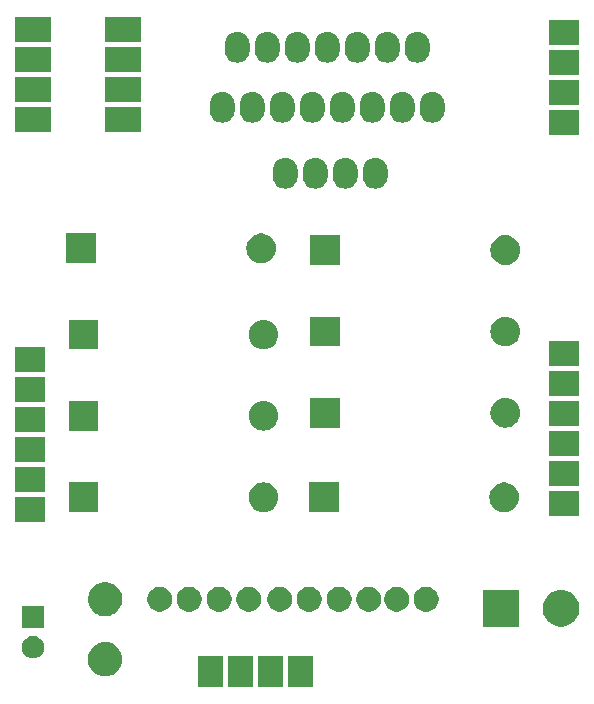
<source format=gbr>
G04 #@! TF.GenerationSoftware,KiCad,Pcbnew,(5.1.2)-2*
G04 #@! TF.CreationDate,2020-05-01T16:22:05+07:00*
G04 #@! TF.ProjectId,l298n,6c323938-6e2e-46b6-9963-61645f706362,rev?*
G04 #@! TF.SameCoordinates,Original*
G04 #@! TF.FileFunction,Soldermask,Top*
G04 #@! TF.FilePolarity,Negative*
%FSLAX46Y46*%
G04 Gerber Fmt 4.6, Leading zero omitted, Abs format (unit mm)*
G04 Created by KiCad (PCBNEW (5.1.2)-2) date 2020-05-01 16:22:05*
%MOMM*%
%LPD*%
G04 APERTURE LIST*
%ADD10C,0.100000*%
G04 APERTURE END LIST*
D10*
G36*
X110271000Y-87661000D02*
G01*
X108169000Y-87661000D01*
X108169000Y-85059000D01*
X110271000Y-85059000D01*
X110271000Y-87661000D01*
X110271000Y-87661000D01*
G37*
G36*
X107731000Y-87661000D02*
G01*
X105629000Y-87661000D01*
X105629000Y-85059000D01*
X107731000Y-85059000D01*
X107731000Y-87661000D01*
X107731000Y-87661000D01*
G37*
G36*
X102651000Y-87661000D02*
G01*
X100549000Y-87661000D01*
X100549000Y-85059000D01*
X102651000Y-85059000D01*
X102651000Y-87661000D01*
X102651000Y-87661000D01*
G37*
G36*
X105191000Y-87661000D02*
G01*
X103089000Y-87661000D01*
X103089000Y-85059000D01*
X105191000Y-85059000D01*
X105191000Y-87661000D01*
X105191000Y-87661000D01*
G37*
G36*
X92887861Y-83903497D02*
G01*
X92994446Y-83913995D01*
X93267960Y-83996965D01*
X93267963Y-83996966D01*
X93520028Y-84131698D01*
X93520029Y-84131699D01*
X93520033Y-84131701D01*
X93740976Y-84313024D01*
X93922299Y-84533967D01*
X93922301Y-84533971D01*
X93922302Y-84533972D01*
X94057034Y-84786037D01*
X94057035Y-84786040D01*
X94140005Y-85059554D01*
X94168020Y-85344000D01*
X94140005Y-85628446D01*
X94057035Y-85901960D01*
X94057034Y-85901963D01*
X93922302Y-86154028D01*
X93922299Y-86154033D01*
X93740976Y-86374976D01*
X93520033Y-86556299D01*
X93520029Y-86556301D01*
X93520028Y-86556302D01*
X93267963Y-86691034D01*
X93267960Y-86691035D01*
X92994446Y-86774005D01*
X92887861Y-86784503D01*
X92781278Y-86795000D01*
X92638722Y-86795000D01*
X92532139Y-86784503D01*
X92425554Y-86774005D01*
X92152040Y-86691035D01*
X92152037Y-86691034D01*
X91899972Y-86556302D01*
X91899971Y-86556301D01*
X91899967Y-86556299D01*
X91679024Y-86374976D01*
X91497701Y-86154033D01*
X91497698Y-86154028D01*
X91362966Y-85901963D01*
X91362965Y-85901960D01*
X91279995Y-85628446D01*
X91251980Y-85344000D01*
X91279995Y-85059554D01*
X91362965Y-84786040D01*
X91362966Y-84786037D01*
X91497698Y-84533972D01*
X91497699Y-84533971D01*
X91497701Y-84533967D01*
X91679024Y-84313024D01*
X91899967Y-84131701D01*
X91899971Y-84131699D01*
X91899972Y-84131698D01*
X92152037Y-83996966D01*
X92152040Y-83996965D01*
X92425554Y-83913995D01*
X92532139Y-83903497D01*
X92638722Y-83893000D01*
X92781278Y-83893000D01*
X92887861Y-83903497D01*
X92887861Y-83903497D01*
G37*
G36*
X86891395Y-83413546D02*
G01*
X87064466Y-83485234D01*
X87064467Y-83485235D01*
X87220227Y-83589310D01*
X87352690Y-83721773D01*
X87352691Y-83721775D01*
X87456766Y-83877534D01*
X87528454Y-84050605D01*
X87565000Y-84234333D01*
X87565000Y-84421667D01*
X87528454Y-84605395D01*
X87456766Y-84778466D01*
X87456765Y-84778467D01*
X87352690Y-84934227D01*
X87220227Y-85066690D01*
X87141818Y-85119081D01*
X87064466Y-85170766D01*
X86891395Y-85242454D01*
X86707667Y-85279000D01*
X86520333Y-85279000D01*
X86336605Y-85242454D01*
X86163534Y-85170766D01*
X86086182Y-85119081D01*
X86007773Y-85066690D01*
X85875310Y-84934227D01*
X85771235Y-84778467D01*
X85771234Y-84778466D01*
X85699546Y-84605395D01*
X85663000Y-84421667D01*
X85663000Y-84234333D01*
X85699546Y-84050605D01*
X85771234Y-83877534D01*
X85875309Y-83721775D01*
X85875310Y-83721773D01*
X86007773Y-83589310D01*
X86163533Y-83485235D01*
X86163534Y-83485234D01*
X86336605Y-83413546D01*
X86520333Y-83377000D01*
X86707667Y-83377000D01*
X86891395Y-83413546D01*
X86891395Y-83413546D01*
G37*
G36*
X87565000Y-82739000D02*
G01*
X85663000Y-82739000D01*
X85663000Y-80837000D01*
X87565000Y-80837000D01*
X87565000Y-82739000D01*
X87565000Y-82739000D01*
G37*
G36*
X131620585Y-79504802D02*
G01*
X131770410Y-79534604D01*
X132052674Y-79651521D01*
X132306705Y-79821259D01*
X132522741Y-80037295D01*
X132692479Y-80291326D01*
X132808143Y-80570565D01*
X132809396Y-80573591D01*
X132869000Y-80873239D01*
X132869000Y-81178761D01*
X132866971Y-81188959D01*
X132809396Y-81478410D01*
X132692479Y-81760674D01*
X132522741Y-82014705D01*
X132306705Y-82230741D01*
X132052674Y-82400479D01*
X131770410Y-82517396D01*
X131620585Y-82547198D01*
X131470761Y-82577000D01*
X131165239Y-82577000D01*
X131015415Y-82547198D01*
X130865590Y-82517396D01*
X130583326Y-82400479D01*
X130329295Y-82230741D01*
X130113259Y-82014705D01*
X129943521Y-81760674D01*
X129826604Y-81478410D01*
X129769029Y-81188959D01*
X129767000Y-81178761D01*
X129767000Y-80873239D01*
X129826604Y-80573591D01*
X129827857Y-80570565D01*
X129943521Y-80291326D01*
X130113259Y-80037295D01*
X130329295Y-79821259D01*
X130583326Y-79651521D01*
X130865590Y-79534604D01*
X131015415Y-79504802D01*
X131165239Y-79475000D01*
X131470761Y-79475000D01*
X131620585Y-79504802D01*
X131620585Y-79504802D01*
G37*
G36*
X127789000Y-82577000D02*
G01*
X124687000Y-82577000D01*
X124687000Y-79475000D01*
X127789000Y-79475000D01*
X127789000Y-82577000D01*
X127789000Y-82577000D01*
G37*
G36*
X93133241Y-78868760D02*
G01*
X93397305Y-78978139D01*
X93634958Y-79136934D01*
X93837066Y-79339042D01*
X93995861Y-79576695D01*
X94105240Y-79840759D01*
X94161000Y-80121088D01*
X94161000Y-80406912D01*
X94105240Y-80687241D01*
X93995861Y-80951305D01*
X93837066Y-81188958D01*
X93634958Y-81391066D01*
X93397305Y-81549861D01*
X93133241Y-81659240D01*
X92852912Y-81715000D01*
X92567088Y-81715000D01*
X92286759Y-81659240D01*
X92022695Y-81549861D01*
X91785042Y-81391066D01*
X91582934Y-81188958D01*
X91424139Y-80951305D01*
X91314760Y-80687241D01*
X91259000Y-80406912D01*
X91259000Y-80121088D01*
X91314760Y-79840759D01*
X91424139Y-79576695D01*
X91582934Y-79339042D01*
X91785042Y-79136934D01*
X92022695Y-78978139D01*
X92286759Y-78868760D01*
X92567088Y-78813000D01*
X92852912Y-78813000D01*
X93133241Y-78868760D01*
X93133241Y-78868760D01*
G37*
G36*
X97628564Y-79253389D02*
G01*
X97819833Y-79332615D01*
X97819835Y-79332616D01*
X97829452Y-79339042D01*
X97991973Y-79447635D01*
X98138365Y-79594027D01*
X98253385Y-79766167D01*
X98332611Y-79957436D01*
X98373000Y-80160484D01*
X98373000Y-80367516D01*
X98332611Y-80570564D01*
X98331357Y-80573591D01*
X98253384Y-80761835D01*
X98138365Y-80933973D01*
X97991973Y-81080365D01*
X97819835Y-81195384D01*
X97819834Y-81195385D01*
X97819833Y-81195385D01*
X97628564Y-81274611D01*
X97425516Y-81315000D01*
X97218484Y-81315000D01*
X97015436Y-81274611D01*
X96824167Y-81195385D01*
X96824166Y-81195385D01*
X96824165Y-81195384D01*
X96652027Y-81080365D01*
X96505635Y-80933973D01*
X96390616Y-80761835D01*
X96312643Y-80573591D01*
X96311389Y-80570564D01*
X96271000Y-80367516D01*
X96271000Y-80160484D01*
X96311389Y-79957436D01*
X96390615Y-79766167D01*
X96505635Y-79594027D01*
X96652027Y-79447635D01*
X96814548Y-79339042D01*
X96824165Y-79332616D01*
X96824167Y-79332615D01*
X97015436Y-79253389D01*
X97218484Y-79213000D01*
X97425516Y-79213000D01*
X97628564Y-79253389D01*
X97628564Y-79253389D01*
G37*
G36*
X107788564Y-79253389D02*
G01*
X107979833Y-79332615D01*
X107979835Y-79332616D01*
X107989452Y-79339042D01*
X108151973Y-79447635D01*
X108298365Y-79594027D01*
X108413385Y-79766167D01*
X108492611Y-79957436D01*
X108533000Y-80160484D01*
X108533000Y-80367516D01*
X108492611Y-80570564D01*
X108491357Y-80573591D01*
X108413384Y-80761835D01*
X108298365Y-80933973D01*
X108151973Y-81080365D01*
X107979835Y-81195384D01*
X107979834Y-81195385D01*
X107979833Y-81195385D01*
X107788564Y-81274611D01*
X107585516Y-81315000D01*
X107378484Y-81315000D01*
X107175436Y-81274611D01*
X106984167Y-81195385D01*
X106984166Y-81195385D01*
X106984165Y-81195384D01*
X106812027Y-81080365D01*
X106665635Y-80933973D01*
X106550616Y-80761835D01*
X106472643Y-80573591D01*
X106471389Y-80570564D01*
X106431000Y-80367516D01*
X106431000Y-80160484D01*
X106471389Y-79957436D01*
X106550615Y-79766167D01*
X106665635Y-79594027D01*
X106812027Y-79447635D01*
X106974548Y-79339042D01*
X106984165Y-79332616D01*
X106984167Y-79332615D01*
X107175436Y-79253389D01*
X107378484Y-79213000D01*
X107585516Y-79213000D01*
X107788564Y-79253389D01*
X107788564Y-79253389D01*
G37*
G36*
X112828564Y-79253389D02*
G01*
X113019833Y-79332615D01*
X113019835Y-79332616D01*
X113029452Y-79339042D01*
X113191973Y-79447635D01*
X113338365Y-79594027D01*
X113453385Y-79766167D01*
X113532611Y-79957436D01*
X113573000Y-80160484D01*
X113573000Y-80367516D01*
X113532611Y-80570564D01*
X113531357Y-80573591D01*
X113453384Y-80761835D01*
X113338365Y-80933973D01*
X113191973Y-81080365D01*
X113019835Y-81195384D01*
X113019834Y-81195385D01*
X113019833Y-81195385D01*
X112828564Y-81274611D01*
X112625516Y-81315000D01*
X112418484Y-81315000D01*
X112215436Y-81274611D01*
X112024167Y-81195385D01*
X112024166Y-81195385D01*
X112024165Y-81195384D01*
X111852027Y-81080365D01*
X111705635Y-80933973D01*
X111590616Y-80761835D01*
X111512643Y-80573591D01*
X111511389Y-80570564D01*
X111471000Y-80367516D01*
X111471000Y-80160484D01*
X111511389Y-79957436D01*
X111590615Y-79766167D01*
X111705635Y-79594027D01*
X111852027Y-79447635D01*
X112014548Y-79339042D01*
X112024165Y-79332616D01*
X112024167Y-79332615D01*
X112215436Y-79253389D01*
X112418484Y-79213000D01*
X112625516Y-79213000D01*
X112828564Y-79253389D01*
X112828564Y-79253389D01*
G37*
G36*
X115328564Y-79253389D02*
G01*
X115519833Y-79332615D01*
X115519835Y-79332616D01*
X115529452Y-79339042D01*
X115691973Y-79447635D01*
X115838365Y-79594027D01*
X115953385Y-79766167D01*
X116032611Y-79957436D01*
X116073000Y-80160484D01*
X116073000Y-80367516D01*
X116032611Y-80570564D01*
X116031357Y-80573591D01*
X115953384Y-80761835D01*
X115838365Y-80933973D01*
X115691973Y-81080365D01*
X115519835Y-81195384D01*
X115519834Y-81195385D01*
X115519833Y-81195385D01*
X115328564Y-81274611D01*
X115125516Y-81315000D01*
X114918484Y-81315000D01*
X114715436Y-81274611D01*
X114524167Y-81195385D01*
X114524166Y-81195385D01*
X114524165Y-81195384D01*
X114352027Y-81080365D01*
X114205635Y-80933973D01*
X114090616Y-80761835D01*
X114012643Y-80573591D01*
X114011389Y-80570564D01*
X113971000Y-80367516D01*
X113971000Y-80160484D01*
X114011389Y-79957436D01*
X114090615Y-79766167D01*
X114205635Y-79594027D01*
X114352027Y-79447635D01*
X114514548Y-79339042D01*
X114524165Y-79332616D01*
X114524167Y-79332615D01*
X114715436Y-79253389D01*
X114918484Y-79213000D01*
X115125516Y-79213000D01*
X115328564Y-79253389D01*
X115328564Y-79253389D01*
G37*
G36*
X120194564Y-79253389D02*
G01*
X120385833Y-79332615D01*
X120385835Y-79332616D01*
X120395452Y-79339042D01*
X120557973Y-79447635D01*
X120704365Y-79594027D01*
X120819385Y-79766167D01*
X120898611Y-79957436D01*
X120939000Y-80160484D01*
X120939000Y-80367516D01*
X120898611Y-80570564D01*
X120897357Y-80573591D01*
X120819384Y-80761835D01*
X120704365Y-80933973D01*
X120557973Y-81080365D01*
X120385835Y-81195384D01*
X120385834Y-81195385D01*
X120385833Y-81195385D01*
X120194564Y-81274611D01*
X119991516Y-81315000D01*
X119784484Y-81315000D01*
X119581436Y-81274611D01*
X119390167Y-81195385D01*
X119390166Y-81195385D01*
X119390165Y-81195384D01*
X119218027Y-81080365D01*
X119071635Y-80933973D01*
X118956616Y-80761835D01*
X118878643Y-80573591D01*
X118877389Y-80570564D01*
X118837000Y-80367516D01*
X118837000Y-80160484D01*
X118877389Y-79957436D01*
X118956615Y-79766167D01*
X119071635Y-79594027D01*
X119218027Y-79447635D01*
X119380548Y-79339042D01*
X119390165Y-79332616D01*
X119390167Y-79332615D01*
X119581436Y-79253389D01*
X119784484Y-79213000D01*
X119991516Y-79213000D01*
X120194564Y-79253389D01*
X120194564Y-79253389D01*
G37*
G36*
X117694564Y-79253389D02*
G01*
X117885833Y-79332615D01*
X117885835Y-79332616D01*
X117895452Y-79339042D01*
X118057973Y-79447635D01*
X118204365Y-79594027D01*
X118319385Y-79766167D01*
X118398611Y-79957436D01*
X118439000Y-80160484D01*
X118439000Y-80367516D01*
X118398611Y-80570564D01*
X118397357Y-80573591D01*
X118319384Y-80761835D01*
X118204365Y-80933973D01*
X118057973Y-81080365D01*
X117885835Y-81195384D01*
X117885834Y-81195385D01*
X117885833Y-81195385D01*
X117694564Y-81274611D01*
X117491516Y-81315000D01*
X117284484Y-81315000D01*
X117081436Y-81274611D01*
X116890167Y-81195385D01*
X116890166Y-81195385D01*
X116890165Y-81195384D01*
X116718027Y-81080365D01*
X116571635Y-80933973D01*
X116456616Y-80761835D01*
X116378643Y-80573591D01*
X116377389Y-80570564D01*
X116337000Y-80367516D01*
X116337000Y-80160484D01*
X116377389Y-79957436D01*
X116456615Y-79766167D01*
X116571635Y-79594027D01*
X116718027Y-79447635D01*
X116880548Y-79339042D01*
X116890165Y-79332616D01*
X116890167Y-79332615D01*
X117081436Y-79253389D01*
X117284484Y-79213000D01*
X117491516Y-79213000D01*
X117694564Y-79253389D01*
X117694564Y-79253389D01*
G37*
G36*
X100128564Y-79253389D02*
G01*
X100319833Y-79332615D01*
X100319835Y-79332616D01*
X100329452Y-79339042D01*
X100491973Y-79447635D01*
X100638365Y-79594027D01*
X100753385Y-79766167D01*
X100832611Y-79957436D01*
X100873000Y-80160484D01*
X100873000Y-80367516D01*
X100832611Y-80570564D01*
X100831357Y-80573591D01*
X100753384Y-80761835D01*
X100638365Y-80933973D01*
X100491973Y-81080365D01*
X100319835Y-81195384D01*
X100319834Y-81195385D01*
X100319833Y-81195385D01*
X100128564Y-81274611D01*
X99925516Y-81315000D01*
X99718484Y-81315000D01*
X99515436Y-81274611D01*
X99324167Y-81195385D01*
X99324166Y-81195385D01*
X99324165Y-81195384D01*
X99152027Y-81080365D01*
X99005635Y-80933973D01*
X98890616Y-80761835D01*
X98812643Y-80573591D01*
X98811389Y-80570564D01*
X98771000Y-80367516D01*
X98771000Y-80160484D01*
X98811389Y-79957436D01*
X98890615Y-79766167D01*
X99005635Y-79594027D01*
X99152027Y-79447635D01*
X99314548Y-79339042D01*
X99324165Y-79332616D01*
X99324167Y-79332615D01*
X99515436Y-79253389D01*
X99718484Y-79213000D01*
X99925516Y-79213000D01*
X100128564Y-79253389D01*
X100128564Y-79253389D01*
G37*
G36*
X102668564Y-79253389D02*
G01*
X102859833Y-79332615D01*
X102859835Y-79332616D01*
X102869452Y-79339042D01*
X103031973Y-79447635D01*
X103178365Y-79594027D01*
X103293385Y-79766167D01*
X103372611Y-79957436D01*
X103413000Y-80160484D01*
X103413000Y-80367516D01*
X103372611Y-80570564D01*
X103371357Y-80573591D01*
X103293384Y-80761835D01*
X103178365Y-80933973D01*
X103031973Y-81080365D01*
X102859835Y-81195384D01*
X102859834Y-81195385D01*
X102859833Y-81195385D01*
X102668564Y-81274611D01*
X102465516Y-81315000D01*
X102258484Y-81315000D01*
X102055436Y-81274611D01*
X101864167Y-81195385D01*
X101864166Y-81195385D01*
X101864165Y-81195384D01*
X101692027Y-81080365D01*
X101545635Y-80933973D01*
X101430616Y-80761835D01*
X101352643Y-80573591D01*
X101351389Y-80570564D01*
X101311000Y-80367516D01*
X101311000Y-80160484D01*
X101351389Y-79957436D01*
X101430615Y-79766167D01*
X101545635Y-79594027D01*
X101692027Y-79447635D01*
X101854548Y-79339042D01*
X101864165Y-79332616D01*
X101864167Y-79332615D01*
X102055436Y-79253389D01*
X102258484Y-79213000D01*
X102465516Y-79213000D01*
X102668564Y-79253389D01*
X102668564Y-79253389D01*
G37*
G36*
X105168564Y-79253389D02*
G01*
X105359833Y-79332615D01*
X105359835Y-79332616D01*
X105369452Y-79339042D01*
X105531973Y-79447635D01*
X105678365Y-79594027D01*
X105793385Y-79766167D01*
X105872611Y-79957436D01*
X105913000Y-80160484D01*
X105913000Y-80367516D01*
X105872611Y-80570564D01*
X105871357Y-80573591D01*
X105793384Y-80761835D01*
X105678365Y-80933973D01*
X105531973Y-81080365D01*
X105359835Y-81195384D01*
X105359834Y-81195385D01*
X105359833Y-81195385D01*
X105168564Y-81274611D01*
X104965516Y-81315000D01*
X104758484Y-81315000D01*
X104555436Y-81274611D01*
X104364167Y-81195385D01*
X104364166Y-81195385D01*
X104364165Y-81195384D01*
X104192027Y-81080365D01*
X104045635Y-80933973D01*
X103930616Y-80761835D01*
X103852643Y-80573591D01*
X103851389Y-80570564D01*
X103811000Y-80367516D01*
X103811000Y-80160484D01*
X103851389Y-79957436D01*
X103930615Y-79766167D01*
X104045635Y-79594027D01*
X104192027Y-79447635D01*
X104354548Y-79339042D01*
X104364165Y-79332616D01*
X104364167Y-79332615D01*
X104555436Y-79253389D01*
X104758484Y-79213000D01*
X104965516Y-79213000D01*
X105168564Y-79253389D01*
X105168564Y-79253389D01*
G37*
G36*
X110288564Y-79253389D02*
G01*
X110479833Y-79332615D01*
X110479835Y-79332616D01*
X110489452Y-79339042D01*
X110651973Y-79447635D01*
X110798365Y-79594027D01*
X110913385Y-79766167D01*
X110992611Y-79957436D01*
X111033000Y-80160484D01*
X111033000Y-80367516D01*
X110992611Y-80570564D01*
X110991357Y-80573591D01*
X110913384Y-80761835D01*
X110798365Y-80933973D01*
X110651973Y-81080365D01*
X110479835Y-81195384D01*
X110479834Y-81195385D01*
X110479833Y-81195385D01*
X110288564Y-81274611D01*
X110085516Y-81315000D01*
X109878484Y-81315000D01*
X109675436Y-81274611D01*
X109484167Y-81195385D01*
X109484166Y-81195385D01*
X109484165Y-81195384D01*
X109312027Y-81080365D01*
X109165635Y-80933973D01*
X109050616Y-80761835D01*
X108972643Y-80573591D01*
X108971389Y-80570564D01*
X108931000Y-80367516D01*
X108931000Y-80160484D01*
X108971389Y-79957436D01*
X109050615Y-79766167D01*
X109165635Y-79594027D01*
X109312027Y-79447635D01*
X109474548Y-79339042D01*
X109484165Y-79332616D01*
X109484167Y-79332615D01*
X109675436Y-79253389D01*
X109878484Y-79213000D01*
X110085516Y-79213000D01*
X110288564Y-79253389D01*
X110288564Y-79253389D01*
G37*
G36*
X87661000Y-73695000D02*
G01*
X85059000Y-73695000D01*
X85059000Y-71593000D01*
X87661000Y-71593000D01*
X87661000Y-73695000D01*
X87661000Y-73695000D01*
G37*
G36*
X132873000Y-73187000D02*
G01*
X130271000Y-73187000D01*
X130271000Y-71085000D01*
X132873000Y-71085000D01*
X132873000Y-73187000D01*
X132873000Y-73187000D01*
G37*
G36*
X112503000Y-72879000D02*
G01*
X110001000Y-72879000D01*
X110001000Y-70377000D01*
X112503000Y-70377000D01*
X112503000Y-72879000D01*
X112503000Y-72879000D01*
G37*
G36*
X126737239Y-70395101D02*
G01*
X126973053Y-70466634D01*
X127190381Y-70582799D01*
X127380871Y-70739129D01*
X127537201Y-70929619D01*
X127653366Y-71146947D01*
X127724899Y-71382761D01*
X127749053Y-71628000D01*
X127724899Y-71873239D01*
X127653366Y-72109053D01*
X127537201Y-72326381D01*
X127380871Y-72516871D01*
X127190381Y-72673201D01*
X126973053Y-72789366D01*
X126737239Y-72860899D01*
X126553457Y-72879000D01*
X126430543Y-72879000D01*
X126246761Y-72860899D01*
X126010947Y-72789366D01*
X125793619Y-72673201D01*
X125603129Y-72516871D01*
X125446799Y-72326381D01*
X125330634Y-72109053D01*
X125259101Y-71873239D01*
X125234947Y-71628000D01*
X125259101Y-71382761D01*
X125330634Y-71146947D01*
X125446799Y-70929619D01*
X125603129Y-70739129D01*
X125793619Y-70582799D01*
X126010947Y-70466634D01*
X126246761Y-70395101D01*
X126430543Y-70377000D01*
X126553457Y-70377000D01*
X126737239Y-70395101D01*
X126737239Y-70395101D01*
G37*
G36*
X106368240Y-70388102D02*
G01*
X106604054Y-70459635D01*
X106821382Y-70575800D01*
X107011872Y-70732130D01*
X107168202Y-70922620D01*
X107284367Y-71139948D01*
X107355900Y-71375762D01*
X107380054Y-71621001D01*
X107355900Y-71866240D01*
X107284367Y-72102054D01*
X107168202Y-72319382D01*
X107011872Y-72509872D01*
X106821382Y-72666202D01*
X106604054Y-72782367D01*
X106368240Y-72853900D01*
X106184458Y-72872001D01*
X106061544Y-72872001D01*
X105877762Y-72853900D01*
X105641948Y-72782367D01*
X105424620Y-72666202D01*
X105234130Y-72509872D01*
X105077800Y-72319382D01*
X104961635Y-72102054D01*
X104890102Y-71866240D01*
X104865948Y-71621001D01*
X104890102Y-71375762D01*
X104961635Y-71139948D01*
X105077800Y-70922620D01*
X105234130Y-70732130D01*
X105424620Y-70575800D01*
X105641948Y-70459635D01*
X105877762Y-70388102D01*
X106061544Y-70370001D01*
X106184458Y-70370001D01*
X106368240Y-70388102D01*
X106368240Y-70388102D01*
G37*
G36*
X92134001Y-72872001D02*
G01*
X89632001Y-72872001D01*
X89632001Y-70370001D01*
X92134001Y-70370001D01*
X92134001Y-72872001D01*
X92134001Y-72872001D01*
G37*
G36*
X87661000Y-71155000D02*
G01*
X85059000Y-71155000D01*
X85059000Y-69053000D01*
X87661000Y-69053000D01*
X87661000Y-71155000D01*
X87661000Y-71155000D01*
G37*
G36*
X132873000Y-70647000D02*
G01*
X130271000Y-70647000D01*
X130271000Y-68545000D01*
X132873000Y-68545000D01*
X132873000Y-70647000D01*
X132873000Y-70647000D01*
G37*
G36*
X87661000Y-68615000D02*
G01*
X85059000Y-68615000D01*
X85059000Y-66513000D01*
X87661000Y-66513000D01*
X87661000Y-68615000D01*
X87661000Y-68615000D01*
G37*
G36*
X132873000Y-68107000D02*
G01*
X130271000Y-68107000D01*
X130271000Y-66005000D01*
X132873000Y-66005000D01*
X132873000Y-68107000D01*
X132873000Y-68107000D01*
G37*
G36*
X87661000Y-66075000D02*
G01*
X85059000Y-66075000D01*
X85059000Y-63973000D01*
X87661000Y-63973000D01*
X87661000Y-66075000D01*
X87661000Y-66075000D01*
G37*
G36*
X106368240Y-63498102D02*
G01*
X106604054Y-63569635D01*
X106821382Y-63685800D01*
X107011872Y-63842130D01*
X107168202Y-64032620D01*
X107284367Y-64249948D01*
X107355900Y-64485762D01*
X107380054Y-64731001D01*
X107355900Y-64976240D01*
X107284367Y-65212054D01*
X107168202Y-65429382D01*
X107011872Y-65619872D01*
X106821382Y-65776202D01*
X106604054Y-65892367D01*
X106368240Y-65963900D01*
X106184458Y-65982001D01*
X106061544Y-65982001D01*
X105877762Y-65963900D01*
X105641948Y-65892367D01*
X105424620Y-65776202D01*
X105234130Y-65619872D01*
X105077800Y-65429382D01*
X104961635Y-65212054D01*
X104890102Y-64976240D01*
X104865948Y-64731001D01*
X104890102Y-64485762D01*
X104961635Y-64249948D01*
X105077800Y-64032620D01*
X105234130Y-63842130D01*
X105424620Y-63685800D01*
X105641948Y-63569635D01*
X105877762Y-63498102D01*
X106061544Y-63480001D01*
X106184458Y-63480001D01*
X106368240Y-63498102D01*
X106368240Y-63498102D01*
G37*
G36*
X92134001Y-65982001D02*
G01*
X89632001Y-65982001D01*
X89632001Y-63480001D01*
X92134001Y-63480001D01*
X92134001Y-65982001D01*
X92134001Y-65982001D01*
G37*
G36*
X126828240Y-63244102D02*
G01*
X127064054Y-63315635D01*
X127281382Y-63431800D01*
X127471872Y-63588130D01*
X127628202Y-63778620D01*
X127744367Y-63995948D01*
X127815900Y-64231762D01*
X127840054Y-64477001D01*
X127815900Y-64722240D01*
X127744367Y-64958054D01*
X127628202Y-65175382D01*
X127471872Y-65365872D01*
X127281382Y-65522202D01*
X127064054Y-65638367D01*
X126828240Y-65709900D01*
X126644458Y-65728001D01*
X126521544Y-65728001D01*
X126337762Y-65709900D01*
X126101948Y-65638367D01*
X125884620Y-65522202D01*
X125694130Y-65365872D01*
X125537800Y-65175382D01*
X125421635Y-64958054D01*
X125350102Y-64722240D01*
X125325948Y-64477001D01*
X125350102Y-64231762D01*
X125421635Y-63995948D01*
X125537800Y-63778620D01*
X125694130Y-63588130D01*
X125884620Y-63431800D01*
X126101948Y-63315635D01*
X126337762Y-63244102D01*
X126521544Y-63226001D01*
X126644458Y-63226001D01*
X126828240Y-63244102D01*
X126828240Y-63244102D01*
G37*
G36*
X112594001Y-65728001D02*
G01*
X110092001Y-65728001D01*
X110092001Y-63226001D01*
X112594001Y-63226001D01*
X112594001Y-65728001D01*
X112594001Y-65728001D01*
G37*
G36*
X132873000Y-65567000D02*
G01*
X130271000Y-65567000D01*
X130271000Y-63465000D01*
X132873000Y-63465000D01*
X132873000Y-65567000D01*
X132873000Y-65567000D01*
G37*
G36*
X87661000Y-63535000D02*
G01*
X85059000Y-63535000D01*
X85059000Y-61433000D01*
X87661000Y-61433000D01*
X87661000Y-63535000D01*
X87661000Y-63535000D01*
G37*
G36*
X132873000Y-63027000D02*
G01*
X130271000Y-63027000D01*
X130271000Y-60925000D01*
X132873000Y-60925000D01*
X132873000Y-63027000D01*
X132873000Y-63027000D01*
G37*
G36*
X87661000Y-60995000D02*
G01*
X85059000Y-60995000D01*
X85059000Y-58893000D01*
X87661000Y-58893000D01*
X87661000Y-60995000D01*
X87661000Y-60995000D01*
G37*
G36*
X132873000Y-60487000D02*
G01*
X130271000Y-60487000D01*
X130271000Y-58385000D01*
X132873000Y-58385000D01*
X132873000Y-60487000D01*
X132873000Y-60487000D01*
G37*
G36*
X106368240Y-56608102D02*
G01*
X106604054Y-56679635D01*
X106821382Y-56795800D01*
X107011872Y-56952130D01*
X107168202Y-57142620D01*
X107284367Y-57359948D01*
X107355900Y-57595762D01*
X107380054Y-57841001D01*
X107355900Y-58086240D01*
X107284367Y-58322054D01*
X107168202Y-58539382D01*
X107011872Y-58729872D01*
X106821382Y-58886202D01*
X106604054Y-59002367D01*
X106368240Y-59073900D01*
X106184458Y-59092001D01*
X106061544Y-59092001D01*
X105877762Y-59073900D01*
X105641948Y-59002367D01*
X105424620Y-58886202D01*
X105234130Y-58729872D01*
X105077800Y-58539382D01*
X104961635Y-58322054D01*
X104890102Y-58086240D01*
X104865948Y-57841001D01*
X104890102Y-57595762D01*
X104961635Y-57359948D01*
X105077800Y-57142620D01*
X105234130Y-56952130D01*
X105424620Y-56795800D01*
X105641948Y-56679635D01*
X105877762Y-56608102D01*
X106061544Y-56590001D01*
X106184458Y-56590001D01*
X106368240Y-56608102D01*
X106368240Y-56608102D01*
G37*
G36*
X92134001Y-59092001D02*
G01*
X89632001Y-59092001D01*
X89632001Y-56590001D01*
X92134001Y-56590001D01*
X92134001Y-59092001D01*
X92134001Y-59092001D01*
G37*
G36*
X126828240Y-56354102D02*
G01*
X127064054Y-56425635D01*
X127281382Y-56541800D01*
X127471872Y-56698130D01*
X127628202Y-56888620D01*
X127744367Y-57105948D01*
X127815900Y-57341762D01*
X127840054Y-57587001D01*
X127815900Y-57832240D01*
X127744367Y-58068054D01*
X127628202Y-58285382D01*
X127471872Y-58475872D01*
X127281382Y-58632202D01*
X127064054Y-58748367D01*
X126828240Y-58819900D01*
X126644458Y-58838001D01*
X126521544Y-58838001D01*
X126337762Y-58819900D01*
X126101948Y-58748367D01*
X125884620Y-58632202D01*
X125694130Y-58475872D01*
X125537800Y-58285382D01*
X125421635Y-58068054D01*
X125350102Y-57832240D01*
X125325948Y-57587001D01*
X125350102Y-57341762D01*
X125421635Y-57105948D01*
X125537800Y-56888620D01*
X125694130Y-56698130D01*
X125884620Y-56541800D01*
X126101948Y-56425635D01*
X126337762Y-56354102D01*
X126521544Y-56336001D01*
X126644458Y-56336001D01*
X126828240Y-56354102D01*
X126828240Y-56354102D01*
G37*
G36*
X112594001Y-58838001D02*
G01*
X110092001Y-58838001D01*
X110092001Y-56336001D01*
X112594001Y-56336001D01*
X112594001Y-58838001D01*
X112594001Y-58838001D01*
G37*
G36*
X126828240Y-49464102D02*
G01*
X127064054Y-49535635D01*
X127281382Y-49651800D01*
X127471872Y-49808130D01*
X127628202Y-49998620D01*
X127744367Y-50215948D01*
X127815900Y-50451762D01*
X127840054Y-50697001D01*
X127815900Y-50942240D01*
X127744367Y-51178054D01*
X127628202Y-51395382D01*
X127471872Y-51585872D01*
X127281382Y-51742202D01*
X127064054Y-51858367D01*
X126828240Y-51929900D01*
X126644458Y-51948001D01*
X126521544Y-51948001D01*
X126337762Y-51929900D01*
X126101948Y-51858367D01*
X125884620Y-51742202D01*
X125694130Y-51585872D01*
X125537800Y-51395382D01*
X125421635Y-51178054D01*
X125350102Y-50942240D01*
X125325948Y-50697001D01*
X125350102Y-50451762D01*
X125421635Y-50215948D01*
X125537800Y-49998620D01*
X125694130Y-49808130D01*
X125884620Y-49651800D01*
X126101948Y-49535635D01*
X126337762Y-49464102D01*
X126521544Y-49446001D01*
X126644458Y-49446001D01*
X126828240Y-49464102D01*
X126828240Y-49464102D01*
G37*
G36*
X112594001Y-51948001D02*
G01*
X110092001Y-51948001D01*
X110092001Y-49446001D01*
X112594001Y-49446001D01*
X112594001Y-51948001D01*
X112594001Y-51948001D01*
G37*
G36*
X91929000Y-51797000D02*
G01*
X89427000Y-51797000D01*
X89427000Y-49295000D01*
X91929000Y-49295000D01*
X91929000Y-51797000D01*
X91929000Y-51797000D01*
G37*
G36*
X106163239Y-49313101D02*
G01*
X106399053Y-49384634D01*
X106616381Y-49500799D01*
X106806871Y-49657129D01*
X106963201Y-49847619D01*
X107079366Y-50064947D01*
X107150899Y-50300761D01*
X107175053Y-50546000D01*
X107150899Y-50791239D01*
X107079366Y-51027053D01*
X106963201Y-51244381D01*
X106806871Y-51434871D01*
X106616381Y-51591201D01*
X106399053Y-51707366D01*
X106163239Y-51778899D01*
X105979457Y-51797000D01*
X105856543Y-51797000D01*
X105672761Y-51778899D01*
X105436947Y-51707366D01*
X105219619Y-51591201D01*
X105029129Y-51434871D01*
X104872799Y-51244381D01*
X104756634Y-51027053D01*
X104685101Y-50791239D01*
X104660947Y-50546000D01*
X104685101Y-50300761D01*
X104756634Y-50064947D01*
X104872799Y-49847619D01*
X105029129Y-49657129D01*
X105219619Y-49500799D01*
X105436947Y-49384634D01*
X105672761Y-49313101D01*
X105856543Y-49295000D01*
X105979457Y-49295000D01*
X106163239Y-49313101D01*
X106163239Y-49313101D01*
G37*
G36*
X113236031Y-42910207D02*
G01*
X113434145Y-42970305D01*
X113434148Y-42970306D01*
X113500030Y-43005521D01*
X113616729Y-43067897D01*
X113776765Y-43199235D01*
X113908103Y-43359271D01*
X113908104Y-43359273D01*
X114005694Y-43541851D01*
X114005694Y-43541852D01*
X114005695Y-43541854D01*
X114065793Y-43739968D01*
X114081000Y-43894370D01*
X114081000Y-44497629D01*
X114065793Y-44652031D01*
X114005695Y-44850145D01*
X114005694Y-44850148D01*
X113953940Y-44946974D01*
X113908103Y-45032729D01*
X113776765Y-45192765D01*
X113616729Y-45324103D01*
X113530975Y-45369939D01*
X113434149Y-45421694D01*
X113434146Y-45421695D01*
X113236032Y-45481793D01*
X113030000Y-45502085D01*
X112823969Y-45481793D01*
X112625855Y-45421695D01*
X112625852Y-45421694D01*
X112529026Y-45369939D01*
X112443272Y-45324103D01*
X112283236Y-45192765D01*
X112151898Y-45032729D01*
X112054306Y-44850148D01*
X112054305Y-44850147D01*
X112034272Y-44784108D01*
X111994207Y-44652032D01*
X111979000Y-44497630D01*
X111979000Y-43894371D01*
X111994207Y-43739969D01*
X112054305Y-43541855D01*
X112054306Y-43541852D01*
X112089521Y-43475970D01*
X112151897Y-43359271D01*
X112283235Y-43199235D01*
X112443271Y-43067897D01*
X112529025Y-43022061D01*
X112625851Y-42970306D01*
X112625854Y-42970305D01*
X112823968Y-42910207D01*
X113030000Y-42889915D01*
X113236031Y-42910207D01*
X113236031Y-42910207D01*
G37*
G36*
X115776031Y-42910207D02*
G01*
X115974145Y-42970305D01*
X115974148Y-42970306D01*
X116040030Y-43005521D01*
X116156729Y-43067897D01*
X116316765Y-43199235D01*
X116448103Y-43359271D01*
X116448104Y-43359273D01*
X116545694Y-43541851D01*
X116545694Y-43541852D01*
X116545695Y-43541854D01*
X116605793Y-43739968D01*
X116621000Y-43894370D01*
X116621000Y-44497629D01*
X116605793Y-44652031D01*
X116545695Y-44850145D01*
X116545694Y-44850148D01*
X116493940Y-44946974D01*
X116448103Y-45032729D01*
X116316765Y-45192765D01*
X116156729Y-45324103D01*
X116070975Y-45369939D01*
X115974149Y-45421694D01*
X115974146Y-45421695D01*
X115776032Y-45481793D01*
X115570000Y-45502085D01*
X115363969Y-45481793D01*
X115165855Y-45421695D01*
X115165852Y-45421694D01*
X115069026Y-45369939D01*
X114983272Y-45324103D01*
X114823236Y-45192765D01*
X114691898Y-45032729D01*
X114594306Y-44850148D01*
X114594305Y-44850147D01*
X114574272Y-44784108D01*
X114534207Y-44652032D01*
X114519000Y-44497630D01*
X114519000Y-43894371D01*
X114534207Y-43739969D01*
X114594305Y-43541855D01*
X114594306Y-43541852D01*
X114629521Y-43475970D01*
X114691897Y-43359271D01*
X114823235Y-43199235D01*
X114983271Y-43067897D01*
X115069025Y-43022061D01*
X115165851Y-42970306D01*
X115165854Y-42970305D01*
X115363968Y-42910207D01*
X115570000Y-42889915D01*
X115776031Y-42910207D01*
X115776031Y-42910207D01*
G37*
G36*
X110696031Y-42910207D02*
G01*
X110894145Y-42970305D01*
X110894148Y-42970306D01*
X110960030Y-43005521D01*
X111076729Y-43067897D01*
X111236765Y-43199235D01*
X111368103Y-43359271D01*
X111368104Y-43359273D01*
X111465694Y-43541851D01*
X111465694Y-43541852D01*
X111465695Y-43541854D01*
X111525793Y-43739968D01*
X111541000Y-43894370D01*
X111541000Y-44497629D01*
X111525793Y-44652031D01*
X111465695Y-44850145D01*
X111465694Y-44850148D01*
X111413940Y-44946974D01*
X111368103Y-45032729D01*
X111236765Y-45192765D01*
X111076729Y-45324103D01*
X110990975Y-45369939D01*
X110894149Y-45421694D01*
X110894146Y-45421695D01*
X110696032Y-45481793D01*
X110490000Y-45502085D01*
X110283969Y-45481793D01*
X110085855Y-45421695D01*
X110085852Y-45421694D01*
X109989026Y-45369939D01*
X109903272Y-45324103D01*
X109743236Y-45192765D01*
X109611898Y-45032729D01*
X109514306Y-44850148D01*
X109514305Y-44850147D01*
X109494272Y-44784108D01*
X109454207Y-44652032D01*
X109439000Y-44497630D01*
X109439000Y-43894371D01*
X109454207Y-43739969D01*
X109514305Y-43541855D01*
X109514306Y-43541852D01*
X109549521Y-43475970D01*
X109611897Y-43359271D01*
X109743235Y-43199235D01*
X109903271Y-43067897D01*
X109989025Y-43022061D01*
X110085851Y-42970306D01*
X110085854Y-42970305D01*
X110283968Y-42910207D01*
X110490000Y-42889915D01*
X110696031Y-42910207D01*
X110696031Y-42910207D01*
G37*
G36*
X108156031Y-42910207D02*
G01*
X108354145Y-42970305D01*
X108354148Y-42970306D01*
X108420030Y-43005521D01*
X108536729Y-43067897D01*
X108696765Y-43199235D01*
X108828103Y-43359271D01*
X108828104Y-43359273D01*
X108925694Y-43541851D01*
X108925694Y-43541852D01*
X108925695Y-43541854D01*
X108985793Y-43739968D01*
X109001000Y-43894370D01*
X109001000Y-44497629D01*
X108985793Y-44652031D01*
X108925695Y-44850145D01*
X108925694Y-44850148D01*
X108873940Y-44946974D01*
X108828103Y-45032729D01*
X108696765Y-45192765D01*
X108536729Y-45324103D01*
X108450975Y-45369939D01*
X108354149Y-45421694D01*
X108354146Y-45421695D01*
X108156032Y-45481793D01*
X107950000Y-45502085D01*
X107743969Y-45481793D01*
X107545855Y-45421695D01*
X107545852Y-45421694D01*
X107449026Y-45369939D01*
X107363272Y-45324103D01*
X107203236Y-45192765D01*
X107071898Y-45032729D01*
X106974306Y-44850148D01*
X106974305Y-44850147D01*
X106954272Y-44784108D01*
X106914207Y-44652032D01*
X106899000Y-44497630D01*
X106899000Y-43894371D01*
X106914207Y-43739969D01*
X106974305Y-43541855D01*
X106974306Y-43541852D01*
X107009521Y-43475970D01*
X107071897Y-43359271D01*
X107203235Y-43199235D01*
X107363271Y-43067897D01*
X107449025Y-43022061D01*
X107545851Y-42970306D01*
X107545854Y-42970305D01*
X107743968Y-42910207D01*
X107950000Y-42889915D01*
X108156031Y-42910207D01*
X108156031Y-42910207D01*
G37*
G36*
X132873000Y-40929000D02*
G01*
X130271000Y-40929000D01*
X130271000Y-38827000D01*
X132873000Y-38827000D01*
X132873000Y-40929000D01*
X132873000Y-40929000D01*
G37*
G36*
X95785000Y-40675000D02*
G01*
X92683000Y-40675000D01*
X92683000Y-38573000D01*
X95785000Y-38573000D01*
X95785000Y-40675000D01*
X95785000Y-40675000D01*
G37*
G36*
X88165000Y-40675000D02*
G01*
X85063000Y-40675000D01*
X85063000Y-38573000D01*
X88165000Y-38573000D01*
X88165000Y-40675000D01*
X88165000Y-40675000D01*
G37*
G36*
X120602031Y-37322207D02*
G01*
X120800145Y-37382305D01*
X120800148Y-37382306D01*
X120866030Y-37417521D01*
X120982729Y-37479897D01*
X121142765Y-37611235D01*
X121274103Y-37771271D01*
X121274104Y-37771273D01*
X121371694Y-37953851D01*
X121371694Y-37953852D01*
X121371695Y-37953854D01*
X121431793Y-38151968D01*
X121447000Y-38306370D01*
X121447000Y-38909629D01*
X121431793Y-39064031D01*
X121371695Y-39262145D01*
X121371694Y-39262148D01*
X121319940Y-39358974D01*
X121274103Y-39444729D01*
X121142765Y-39604765D01*
X120982729Y-39736103D01*
X120896975Y-39781939D01*
X120800149Y-39833694D01*
X120800146Y-39833695D01*
X120602032Y-39893793D01*
X120396000Y-39914085D01*
X120189969Y-39893793D01*
X119991855Y-39833695D01*
X119991852Y-39833694D01*
X119895026Y-39781939D01*
X119809272Y-39736103D01*
X119649236Y-39604765D01*
X119517898Y-39444729D01*
X119420306Y-39262148D01*
X119420305Y-39262147D01*
X119400272Y-39196108D01*
X119360207Y-39064032D01*
X119345000Y-38909630D01*
X119345000Y-38306371D01*
X119360207Y-38151969D01*
X119420305Y-37953855D01*
X119420306Y-37953852D01*
X119455521Y-37887970D01*
X119517897Y-37771271D01*
X119649235Y-37611235D01*
X119809271Y-37479897D01*
X119895025Y-37434061D01*
X119991851Y-37382306D01*
X119991854Y-37382305D01*
X120189968Y-37322207D01*
X120396000Y-37301915D01*
X120602031Y-37322207D01*
X120602031Y-37322207D01*
G37*
G36*
X102822031Y-37322207D02*
G01*
X103020145Y-37382305D01*
X103020148Y-37382306D01*
X103086030Y-37417521D01*
X103202729Y-37479897D01*
X103362765Y-37611235D01*
X103494103Y-37771271D01*
X103494104Y-37771273D01*
X103591694Y-37953851D01*
X103591694Y-37953852D01*
X103591695Y-37953854D01*
X103651793Y-38151968D01*
X103667000Y-38306370D01*
X103667000Y-38909629D01*
X103651793Y-39064031D01*
X103591695Y-39262145D01*
X103591694Y-39262148D01*
X103539940Y-39358974D01*
X103494103Y-39444729D01*
X103362765Y-39604765D01*
X103202729Y-39736103D01*
X103116975Y-39781939D01*
X103020149Y-39833694D01*
X103020146Y-39833695D01*
X102822032Y-39893793D01*
X102616000Y-39914085D01*
X102409969Y-39893793D01*
X102211855Y-39833695D01*
X102211852Y-39833694D01*
X102115026Y-39781939D01*
X102029272Y-39736103D01*
X101869236Y-39604765D01*
X101737898Y-39444729D01*
X101640306Y-39262148D01*
X101640305Y-39262147D01*
X101620272Y-39196108D01*
X101580207Y-39064032D01*
X101565000Y-38909630D01*
X101565000Y-38306371D01*
X101580207Y-38151969D01*
X101640305Y-37953855D01*
X101640306Y-37953852D01*
X101675521Y-37887970D01*
X101737897Y-37771271D01*
X101869235Y-37611235D01*
X102029271Y-37479897D01*
X102115025Y-37434061D01*
X102211851Y-37382306D01*
X102211854Y-37382305D01*
X102409968Y-37322207D01*
X102616000Y-37301915D01*
X102822031Y-37322207D01*
X102822031Y-37322207D01*
G37*
G36*
X105362031Y-37322207D02*
G01*
X105560145Y-37382305D01*
X105560148Y-37382306D01*
X105626030Y-37417521D01*
X105742729Y-37479897D01*
X105902765Y-37611235D01*
X106034103Y-37771271D01*
X106034104Y-37771273D01*
X106131694Y-37953851D01*
X106131694Y-37953852D01*
X106131695Y-37953854D01*
X106191793Y-38151968D01*
X106207000Y-38306370D01*
X106207000Y-38909629D01*
X106191793Y-39064031D01*
X106131695Y-39262145D01*
X106131694Y-39262148D01*
X106079940Y-39358974D01*
X106034103Y-39444729D01*
X105902765Y-39604765D01*
X105742729Y-39736103D01*
X105656975Y-39781939D01*
X105560149Y-39833694D01*
X105560146Y-39833695D01*
X105362032Y-39893793D01*
X105156000Y-39914085D01*
X104949969Y-39893793D01*
X104751855Y-39833695D01*
X104751852Y-39833694D01*
X104655026Y-39781939D01*
X104569272Y-39736103D01*
X104409236Y-39604765D01*
X104277898Y-39444729D01*
X104180306Y-39262148D01*
X104180305Y-39262147D01*
X104160272Y-39196108D01*
X104120207Y-39064032D01*
X104105000Y-38909630D01*
X104105000Y-38306371D01*
X104120207Y-38151969D01*
X104180305Y-37953855D01*
X104180306Y-37953852D01*
X104215521Y-37887970D01*
X104277897Y-37771271D01*
X104409235Y-37611235D01*
X104569271Y-37479897D01*
X104655025Y-37434061D01*
X104751851Y-37382306D01*
X104751854Y-37382305D01*
X104949968Y-37322207D01*
X105156000Y-37301915D01*
X105362031Y-37322207D01*
X105362031Y-37322207D01*
G37*
G36*
X107902031Y-37322207D02*
G01*
X108100145Y-37382305D01*
X108100148Y-37382306D01*
X108166030Y-37417521D01*
X108282729Y-37479897D01*
X108442765Y-37611235D01*
X108574103Y-37771271D01*
X108574104Y-37771273D01*
X108671694Y-37953851D01*
X108671694Y-37953852D01*
X108671695Y-37953854D01*
X108731793Y-38151968D01*
X108747000Y-38306370D01*
X108747000Y-38909629D01*
X108731793Y-39064031D01*
X108671695Y-39262145D01*
X108671694Y-39262148D01*
X108619940Y-39358974D01*
X108574103Y-39444729D01*
X108442765Y-39604765D01*
X108282729Y-39736103D01*
X108196975Y-39781939D01*
X108100149Y-39833694D01*
X108100146Y-39833695D01*
X107902032Y-39893793D01*
X107696000Y-39914085D01*
X107489969Y-39893793D01*
X107291855Y-39833695D01*
X107291852Y-39833694D01*
X107195026Y-39781939D01*
X107109272Y-39736103D01*
X106949236Y-39604765D01*
X106817898Y-39444729D01*
X106720306Y-39262148D01*
X106720305Y-39262147D01*
X106700272Y-39196108D01*
X106660207Y-39064032D01*
X106645000Y-38909630D01*
X106645000Y-38306371D01*
X106660207Y-38151969D01*
X106720305Y-37953855D01*
X106720306Y-37953852D01*
X106755521Y-37887970D01*
X106817897Y-37771271D01*
X106949235Y-37611235D01*
X107109271Y-37479897D01*
X107195025Y-37434061D01*
X107291851Y-37382306D01*
X107291854Y-37382305D01*
X107489968Y-37322207D01*
X107696000Y-37301915D01*
X107902031Y-37322207D01*
X107902031Y-37322207D01*
G37*
G36*
X118062031Y-37322207D02*
G01*
X118260145Y-37382305D01*
X118260148Y-37382306D01*
X118326030Y-37417521D01*
X118442729Y-37479897D01*
X118602765Y-37611235D01*
X118734103Y-37771271D01*
X118734104Y-37771273D01*
X118831694Y-37953851D01*
X118831694Y-37953852D01*
X118831695Y-37953854D01*
X118891793Y-38151968D01*
X118907000Y-38306370D01*
X118907000Y-38909629D01*
X118891793Y-39064031D01*
X118831695Y-39262145D01*
X118831694Y-39262148D01*
X118779940Y-39358974D01*
X118734103Y-39444729D01*
X118602765Y-39604765D01*
X118442729Y-39736103D01*
X118356975Y-39781939D01*
X118260149Y-39833694D01*
X118260146Y-39833695D01*
X118062032Y-39893793D01*
X117856000Y-39914085D01*
X117649969Y-39893793D01*
X117451855Y-39833695D01*
X117451852Y-39833694D01*
X117355026Y-39781939D01*
X117269272Y-39736103D01*
X117109236Y-39604765D01*
X116977898Y-39444729D01*
X116880306Y-39262148D01*
X116880305Y-39262147D01*
X116860272Y-39196108D01*
X116820207Y-39064032D01*
X116805000Y-38909630D01*
X116805000Y-38306371D01*
X116820207Y-38151969D01*
X116880305Y-37953855D01*
X116880306Y-37953852D01*
X116915521Y-37887970D01*
X116977897Y-37771271D01*
X117109235Y-37611235D01*
X117269271Y-37479897D01*
X117355025Y-37434061D01*
X117451851Y-37382306D01*
X117451854Y-37382305D01*
X117649968Y-37322207D01*
X117856000Y-37301915D01*
X118062031Y-37322207D01*
X118062031Y-37322207D01*
G37*
G36*
X115522031Y-37322207D02*
G01*
X115720145Y-37382305D01*
X115720148Y-37382306D01*
X115786030Y-37417521D01*
X115902729Y-37479897D01*
X116062765Y-37611235D01*
X116194103Y-37771271D01*
X116194104Y-37771273D01*
X116291694Y-37953851D01*
X116291694Y-37953852D01*
X116291695Y-37953854D01*
X116351793Y-38151968D01*
X116367000Y-38306370D01*
X116367000Y-38909629D01*
X116351793Y-39064031D01*
X116291695Y-39262145D01*
X116291694Y-39262148D01*
X116239940Y-39358974D01*
X116194103Y-39444729D01*
X116062765Y-39604765D01*
X115902729Y-39736103D01*
X115816975Y-39781939D01*
X115720149Y-39833694D01*
X115720146Y-39833695D01*
X115522032Y-39893793D01*
X115316000Y-39914085D01*
X115109969Y-39893793D01*
X114911855Y-39833695D01*
X114911852Y-39833694D01*
X114815026Y-39781939D01*
X114729272Y-39736103D01*
X114569236Y-39604765D01*
X114437898Y-39444729D01*
X114340306Y-39262148D01*
X114340305Y-39262147D01*
X114320272Y-39196108D01*
X114280207Y-39064032D01*
X114265000Y-38909630D01*
X114265000Y-38306371D01*
X114280207Y-38151969D01*
X114340305Y-37953855D01*
X114340306Y-37953852D01*
X114375521Y-37887970D01*
X114437897Y-37771271D01*
X114569235Y-37611235D01*
X114729271Y-37479897D01*
X114815025Y-37434061D01*
X114911851Y-37382306D01*
X114911854Y-37382305D01*
X115109968Y-37322207D01*
X115316000Y-37301915D01*
X115522031Y-37322207D01*
X115522031Y-37322207D01*
G37*
G36*
X112982031Y-37322207D02*
G01*
X113180145Y-37382305D01*
X113180148Y-37382306D01*
X113246030Y-37417521D01*
X113362729Y-37479897D01*
X113522765Y-37611235D01*
X113654103Y-37771271D01*
X113654104Y-37771273D01*
X113751694Y-37953851D01*
X113751694Y-37953852D01*
X113751695Y-37953854D01*
X113811793Y-38151968D01*
X113827000Y-38306370D01*
X113827000Y-38909629D01*
X113811793Y-39064031D01*
X113751695Y-39262145D01*
X113751694Y-39262148D01*
X113699940Y-39358974D01*
X113654103Y-39444729D01*
X113522765Y-39604765D01*
X113362729Y-39736103D01*
X113276975Y-39781939D01*
X113180149Y-39833694D01*
X113180146Y-39833695D01*
X112982032Y-39893793D01*
X112776000Y-39914085D01*
X112569969Y-39893793D01*
X112371855Y-39833695D01*
X112371852Y-39833694D01*
X112275026Y-39781939D01*
X112189272Y-39736103D01*
X112029236Y-39604765D01*
X111897898Y-39444729D01*
X111800306Y-39262148D01*
X111800305Y-39262147D01*
X111780272Y-39196108D01*
X111740207Y-39064032D01*
X111725000Y-38909630D01*
X111725000Y-38306371D01*
X111740207Y-38151969D01*
X111800305Y-37953855D01*
X111800306Y-37953852D01*
X111835521Y-37887970D01*
X111897897Y-37771271D01*
X112029235Y-37611235D01*
X112189271Y-37479897D01*
X112275025Y-37434061D01*
X112371851Y-37382306D01*
X112371854Y-37382305D01*
X112569968Y-37322207D01*
X112776000Y-37301915D01*
X112982031Y-37322207D01*
X112982031Y-37322207D01*
G37*
G36*
X110442031Y-37322207D02*
G01*
X110640145Y-37382305D01*
X110640148Y-37382306D01*
X110706030Y-37417521D01*
X110822729Y-37479897D01*
X110982765Y-37611235D01*
X111114103Y-37771271D01*
X111114104Y-37771273D01*
X111211694Y-37953851D01*
X111211694Y-37953852D01*
X111211695Y-37953854D01*
X111271793Y-38151968D01*
X111287000Y-38306370D01*
X111287000Y-38909629D01*
X111271793Y-39064031D01*
X111211695Y-39262145D01*
X111211694Y-39262148D01*
X111159940Y-39358974D01*
X111114103Y-39444729D01*
X110982765Y-39604765D01*
X110822729Y-39736103D01*
X110736975Y-39781939D01*
X110640149Y-39833694D01*
X110640146Y-39833695D01*
X110442032Y-39893793D01*
X110236000Y-39914085D01*
X110029969Y-39893793D01*
X109831855Y-39833695D01*
X109831852Y-39833694D01*
X109735026Y-39781939D01*
X109649272Y-39736103D01*
X109489236Y-39604765D01*
X109357898Y-39444729D01*
X109260306Y-39262148D01*
X109260305Y-39262147D01*
X109240272Y-39196108D01*
X109200207Y-39064032D01*
X109185000Y-38909630D01*
X109185000Y-38306371D01*
X109200207Y-38151969D01*
X109260305Y-37953855D01*
X109260306Y-37953852D01*
X109295521Y-37887970D01*
X109357897Y-37771271D01*
X109489235Y-37611235D01*
X109649271Y-37479897D01*
X109735025Y-37434061D01*
X109831851Y-37382306D01*
X109831854Y-37382305D01*
X110029968Y-37322207D01*
X110236000Y-37301915D01*
X110442031Y-37322207D01*
X110442031Y-37322207D01*
G37*
G36*
X132873000Y-38389000D02*
G01*
X130271000Y-38389000D01*
X130271000Y-36287000D01*
X132873000Y-36287000D01*
X132873000Y-38389000D01*
X132873000Y-38389000D01*
G37*
G36*
X88165000Y-38135000D02*
G01*
X85063000Y-38135000D01*
X85063000Y-36033000D01*
X88165000Y-36033000D01*
X88165000Y-38135000D01*
X88165000Y-38135000D01*
G37*
G36*
X95785000Y-38135000D02*
G01*
X92683000Y-38135000D01*
X92683000Y-36033000D01*
X95785000Y-36033000D01*
X95785000Y-38135000D01*
X95785000Y-38135000D01*
G37*
G36*
X132873000Y-35849000D02*
G01*
X130271000Y-35849000D01*
X130271000Y-33747000D01*
X132873000Y-33747000D01*
X132873000Y-35849000D01*
X132873000Y-35849000D01*
G37*
G36*
X88165000Y-35595000D02*
G01*
X85063000Y-35595000D01*
X85063000Y-33493000D01*
X88165000Y-33493000D01*
X88165000Y-35595000D01*
X88165000Y-35595000D01*
G37*
G36*
X95785000Y-35595000D02*
G01*
X92683000Y-35595000D01*
X92683000Y-33493000D01*
X95785000Y-33493000D01*
X95785000Y-35595000D01*
X95785000Y-35595000D01*
G37*
G36*
X106632031Y-32242207D02*
G01*
X106830145Y-32302305D01*
X106830148Y-32302306D01*
X106896030Y-32337521D01*
X107012729Y-32399897D01*
X107172765Y-32531235D01*
X107304103Y-32691271D01*
X107304104Y-32691273D01*
X107401694Y-32873851D01*
X107401694Y-32873852D01*
X107401695Y-32873854D01*
X107461793Y-33071968D01*
X107477000Y-33226370D01*
X107477000Y-33829629D01*
X107461793Y-33984031D01*
X107401695Y-34182145D01*
X107401694Y-34182148D01*
X107349940Y-34278974D01*
X107304103Y-34364729D01*
X107172765Y-34524765D01*
X107012729Y-34656103D01*
X106926975Y-34701939D01*
X106830149Y-34753694D01*
X106830146Y-34753695D01*
X106632032Y-34813793D01*
X106426000Y-34834085D01*
X106219969Y-34813793D01*
X106021855Y-34753695D01*
X106021852Y-34753694D01*
X105925026Y-34701939D01*
X105839272Y-34656103D01*
X105679236Y-34524765D01*
X105547898Y-34364729D01*
X105450306Y-34182148D01*
X105450305Y-34182147D01*
X105430272Y-34116108D01*
X105390207Y-33984032D01*
X105375000Y-33829630D01*
X105375000Y-33226371D01*
X105390207Y-33071969D01*
X105450305Y-32873855D01*
X105450306Y-32873852D01*
X105485521Y-32807970D01*
X105547897Y-32691271D01*
X105679235Y-32531235D01*
X105839271Y-32399897D01*
X105925025Y-32354061D01*
X106021851Y-32302306D01*
X106021854Y-32302305D01*
X106219968Y-32242207D01*
X106426000Y-32221915D01*
X106632031Y-32242207D01*
X106632031Y-32242207D01*
G37*
G36*
X104092031Y-32242207D02*
G01*
X104290145Y-32302305D01*
X104290148Y-32302306D01*
X104356030Y-32337521D01*
X104472729Y-32399897D01*
X104632765Y-32531235D01*
X104764103Y-32691271D01*
X104764104Y-32691273D01*
X104861694Y-32873851D01*
X104861694Y-32873852D01*
X104861695Y-32873854D01*
X104921793Y-33071968D01*
X104937000Y-33226370D01*
X104937000Y-33829629D01*
X104921793Y-33984031D01*
X104861695Y-34182145D01*
X104861694Y-34182148D01*
X104809940Y-34278974D01*
X104764103Y-34364729D01*
X104632765Y-34524765D01*
X104472729Y-34656103D01*
X104386975Y-34701939D01*
X104290149Y-34753694D01*
X104290146Y-34753695D01*
X104092032Y-34813793D01*
X103886000Y-34834085D01*
X103679969Y-34813793D01*
X103481855Y-34753695D01*
X103481852Y-34753694D01*
X103385026Y-34701939D01*
X103299272Y-34656103D01*
X103139236Y-34524765D01*
X103007898Y-34364729D01*
X102910306Y-34182148D01*
X102910305Y-34182147D01*
X102890272Y-34116108D01*
X102850207Y-33984032D01*
X102835000Y-33829630D01*
X102835000Y-33226371D01*
X102850207Y-33071969D01*
X102910305Y-32873855D01*
X102910306Y-32873852D01*
X102945521Y-32807970D01*
X103007897Y-32691271D01*
X103139235Y-32531235D01*
X103299271Y-32399897D01*
X103385025Y-32354061D01*
X103481851Y-32302306D01*
X103481854Y-32302305D01*
X103679968Y-32242207D01*
X103886000Y-32221915D01*
X104092031Y-32242207D01*
X104092031Y-32242207D01*
G37*
G36*
X109172031Y-32242207D02*
G01*
X109370145Y-32302305D01*
X109370148Y-32302306D01*
X109436030Y-32337521D01*
X109552729Y-32399897D01*
X109712765Y-32531235D01*
X109844103Y-32691271D01*
X109844104Y-32691273D01*
X109941694Y-32873851D01*
X109941694Y-32873852D01*
X109941695Y-32873854D01*
X110001793Y-33071968D01*
X110017000Y-33226370D01*
X110017000Y-33829629D01*
X110001793Y-33984031D01*
X109941695Y-34182145D01*
X109941694Y-34182148D01*
X109889940Y-34278974D01*
X109844103Y-34364729D01*
X109712765Y-34524765D01*
X109552729Y-34656103D01*
X109466975Y-34701939D01*
X109370149Y-34753694D01*
X109370146Y-34753695D01*
X109172032Y-34813793D01*
X108966000Y-34834085D01*
X108759969Y-34813793D01*
X108561855Y-34753695D01*
X108561852Y-34753694D01*
X108465026Y-34701939D01*
X108379272Y-34656103D01*
X108219236Y-34524765D01*
X108087898Y-34364729D01*
X107990306Y-34182148D01*
X107990305Y-34182147D01*
X107970272Y-34116108D01*
X107930207Y-33984032D01*
X107915000Y-33829630D01*
X107915000Y-33226371D01*
X107930207Y-33071969D01*
X107990305Y-32873855D01*
X107990306Y-32873852D01*
X108025521Y-32807970D01*
X108087897Y-32691271D01*
X108219235Y-32531235D01*
X108379271Y-32399897D01*
X108465025Y-32354061D01*
X108561851Y-32302306D01*
X108561854Y-32302305D01*
X108759968Y-32242207D01*
X108966000Y-32221915D01*
X109172031Y-32242207D01*
X109172031Y-32242207D01*
G37*
G36*
X111712031Y-32242207D02*
G01*
X111910145Y-32302305D01*
X111910148Y-32302306D01*
X111976030Y-32337521D01*
X112092729Y-32399897D01*
X112252765Y-32531235D01*
X112384103Y-32691271D01*
X112384104Y-32691273D01*
X112481694Y-32873851D01*
X112481694Y-32873852D01*
X112481695Y-32873854D01*
X112541793Y-33071968D01*
X112557000Y-33226370D01*
X112557000Y-33829629D01*
X112541793Y-33984031D01*
X112481695Y-34182145D01*
X112481694Y-34182148D01*
X112429940Y-34278974D01*
X112384103Y-34364729D01*
X112252765Y-34524765D01*
X112092729Y-34656103D01*
X112006975Y-34701939D01*
X111910149Y-34753694D01*
X111910146Y-34753695D01*
X111712032Y-34813793D01*
X111506000Y-34834085D01*
X111299969Y-34813793D01*
X111101855Y-34753695D01*
X111101852Y-34753694D01*
X111005026Y-34701939D01*
X110919272Y-34656103D01*
X110759236Y-34524765D01*
X110627898Y-34364729D01*
X110530306Y-34182148D01*
X110530305Y-34182147D01*
X110510272Y-34116108D01*
X110470207Y-33984032D01*
X110455000Y-33829630D01*
X110455000Y-33226371D01*
X110470207Y-33071969D01*
X110530305Y-32873855D01*
X110530306Y-32873852D01*
X110565521Y-32807970D01*
X110627897Y-32691271D01*
X110759235Y-32531235D01*
X110919271Y-32399897D01*
X111005025Y-32354061D01*
X111101851Y-32302306D01*
X111101854Y-32302305D01*
X111299968Y-32242207D01*
X111506000Y-32221915D01*
X111712031Y-32242207D01*
X111712031Y-32242207D01*
G37*
G36*
X114252031Y-32242207D02*
G01*
X114450145Y-32302305D01*
X114450148Y-32302306D01*
X114516030Y-32337521D01*
X114632729Y-32399897D01*
X114792765Y-32531235D01*
X114924103Y-32691271D01*
X114924104Y-32691273D01*
X115021694Y-32873851D01*
X115021694Y-32873852D01*
X115021695Y-32873854D01*
X115081793Y-33071968D01*
X115097000Y-33226370D01*
X115097000Y-33829629D01*
X115081793Y-33984031D01*
X115021695Y-34182145D01*
X115021694Y-34182148D01*
X114969940Y-34278974D01*
X114924103Y-34364729D01*
X114792765Y-34524765D01*
X114632729Y-34656103D01*
X114546975Y-34701939D01*
X114450149Y-34753694D01*
X114450146Y-34753695D01*
X114252032Y-34813793D01*
X114046000Y-34834085D01*
X113839969Y-34813793D01*
X113641855Y-34753695D01*
X113641852Y-34753694D01*
X113545026Y-34701939D01*
X113459272Y-34656103D01*
X113299236Y-34524765D01*
X113167898Y-34364729D01*
X113070306Y-34182148D01*
X113070305Y-34182147D01*
X113050272Y-34116108D01*
X113010207Y-33984032D01*
X112995000Y-33829630D01*
X112995000Y-33226371D01*
X113010207Y-33071969D01*
X113070305Y-32873855D01*
X113070306Y-32873852D01*
X113105521Y-32807970D01*
X113167897Y-32691271D01*
X113299235Y-32531235D01*
X113459271Y-32399897D01*
X113545025Y-32354061D01*
X113641851Y-32302306D01*
X113641854Y-32302305D01*
X113839968Y-32242207D01*
X114046000Y-32221915D01*
X114252031Y-32242207D01*
X114252031Y-32242207D01*
G37*
G36*
X116792031Y-32242207D02*
G01*
X116990145Y-32302305D01*
X116990148Y-32302306D01*
X117056030Y-32337521D01*
X117172729Y-32399897D01*
X117332765Y-32531235D01*
X117464103Y-32691271D01*
X117464104Y-32691273D01*
X117561694Y-32873851D01*
X117561694Y-32873852D01*
X117561695Y-32873854D01*
X117621793Y-33071968D01*
X117637000Y-33226370D01*
X117637000Y-33829629D01*
X117621793Y-33984031D01*
X117561695Y-34182145D01*
X117561694Y-34182148D01*
X117509940Y-34278974D01*
X117464103Y-34364729D01*
X117332765Y-34524765D01*
X117172729Y-34656103D01*
X117086975Y-34701939D01*
X116990149Y-34753694D01*
X116990146Y-34753695D01*
X116792032Y-34813793D01*
X116586000Y-34834085D01*
X116379969Y-34813793D01*
X116181855Y-34753695D01*
X116181852Y-34753694D01*
X116085026Y-34701939D01*
X115999272Y-34656103D01*
X115839236Y-34524765D01*
X115707898Y-34364729D01*
X115610306Y-34182148D01*
X115610305Y-34182147D01*
X115590272Y-34116108D01*
X115550207Y-33984032D01*
X115535000Y-33829630D01*
X115535000Y-33226371D01*
X115550207Y-33071969D01*
X115610305Y-32873855D01*
X115610306Y-32873852D01*
X115645521Y-32807970D01*
X115707897Y-32691271D01*
X115839235Y-32531235D01*
X115999271Y-32399897D01*
X116085025Y-32354061D01*
X116181851Y-32302306D01*
X116181854Y-32302305D01*
X116379968Y-32242207D01*
X116586000Y-32221915D01*
X116792031Y-32242207D01*
X116792031Y-32242207D01*
G37*
G36*
X119332031Y-32242207D02*
G01*
X119530145Y-32302305D01*
X119530148Y-32302306D01*
X119596030Y-32337521D01*
X119712729Y-32399897D01*
X119872765Y-32531235D01*
X120004103Y-32691271D01*
X120004104Y-32691273D01*
X120101694Y-32873851D01*
X120101694Y-32873852D01*
X120101695Y-32873854D01*
X120161793Y-33071968D01*
X120177000Y-33226370D01*
X120177000Y-33829629D01*
X120161793Y-33984031D01*
X120101695Y-34182145D01*
X120101694Y-34182148D01*
X120049940Y-34278974D01*
X120004103Y-34364729D01*
X119872765Y-34524765D01*
X119712729Y-34656103D01*
X119626975Y-34701939D01*
X119530149Y-34753694D01*
X119530146Y-34753695D01*
X119332032Y-34813793D01*
X119126000Y-34834085D01*
X118919969Y-34813793D01*
X118721855Y-34753695D01*
X118721852Y-34753694D01*
X118625026Y-34701939D01*
X118539272Y-34656103D01*
X118379236Y-34524765D01*
X118247898Y-34364729D01*
X118150306Y-34182148D01*
X118150305Y-34182147D01*
X118130272Y-34116108D01*
X118090207Y-33984032D01*
X118075000Y-33829630D01*
X118075000Y-33226371D01*
X118090207Y-33071969D01*
X118150305Y-32873855D01*
X118150306Y-32873852D01*
X118185521Y-32807970D01*
X118247897Y-32691271D01*
X118379235Y-32531235D01*
X118539271Y-32399897D01*
X118625025Y-32354061D01*
X118721851Y-32302306D01*
X118721854Y-32302305D01*
X118919968Y-32242207D01*
X119126000Y-32221915D01*
X119332031Y-32242207D01*
X119332031Y-32242207D01*
G37*
G36*
X132873000Y-33309000D02*
G01*
X130271000Y-33309000D01*
X130271000Y-31207000D01*
X132873000Y-31207000D01*
X132873000Y-33309000D01*
X132873000Y-33309000D01*
G37*
G36*
X88165000Y-33055000D02*
G01*
X85063000Y-33055000D01*
X85063000Y-30953000D01*
X88165000Y-30953000D01*
X88165000Y-33055000D01*
X88165000Y-33055000D01*
G37*
G36*
X95785000Y-33055000D02*
G01*
X92683000Y-33055000D01*
X92683000Y-30953000D01*
X95785000Y-30953000D01*
X95785000Y-33055000D01*
X95785000Y-33055000D01*
G37*
M02*

</source>
